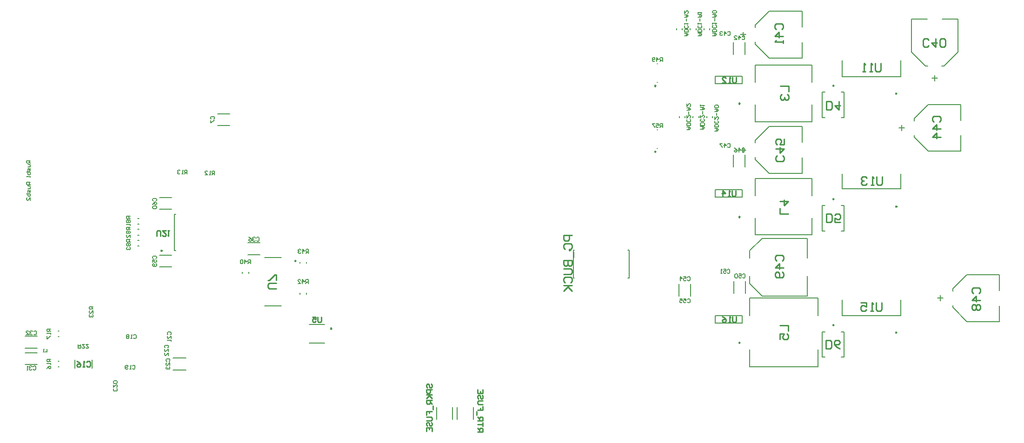
<source format=gbo>
G04*
G04 #@! TF.GenerationSoftware,Altium Limited,Altium Designer,21.3.2 (30)*
G04*
G04 Layer_Color=32896*
%FSLAX25Y25*%
%MOIN*%
G70*
G04*
G04 #@! TF.SameCoordinates,06CA3BE7-F167-48F9-AA53-4FDEF555C1C3*
G04*
G04*
G04 #@! TF.FilePolarity,Positive*
G04*
G01*
G75*
%ADD10C,0.00984*%
%ADD12C,0.01000*%
%ADD13C,0.00787*%
%ADD15C,0.00500*%
D10*
X459547Y231102D02*
X458809Y231529D01*
Y230676D01*
X459547Y231102D01*
Y278346D02*
X458809Y278773D01*
Y277920D01*
X459547Y278346D01*
X587106Y106752D02*
X586368Y107178D01*
Y106326D01*
X587106Y106752D01*
X632185Y101378D02*
X631447Y101804D01*
Y100952D01*
X632185Y101378D01*
X632283Y191732D02*
X631545Y192158D01*
Y191306D01*
X632283Y191732D01*
X587106Y197146D02*
X586368Y197572D01*
Y196720D01*
X587106Y197146D01*
X519803Y184355D02*
X519065Y184781D01*
Y183928D01*
X519803Y184355D01*
Y265654D02*
X519065Y266080D01*
Y265228D01*
X519803Y265654D01*
X587106Y278445D02*
X586368Y278871D01*
Y278019D01*
X587106Y278445D01*
X632087Y272835D02*
X631348Y273261D01*
Y272408D01*
X632087Y272835D01*
X201378Y152795D02*
X200640Y153221D01*
Y152369D01*
X201378Y152795D01*
X105610Y160118D02*
X104872Y160544D01*
Y159692D01*
X105610Y160118D01*
X519803Y94158D02*
X519065Y94584D01*
Y93731D01*
X519803Y94158D01*
X226981Y104232D02*
X226242Y104658D01*
Y103806D01*
X226981Y104232D01*
X398244Y160591D02*
X397506Y161017D01*
Y160164D01*
X398244Y160591D01*
D12*
X546154Y152816D02*
X545154Y153816D01*
Y155815D01*
X546154Y156815D01*
X550152D01*
X551152Y155815D01*
Y153816D01*
X550152Y152816D01*
X551152Y147818D02*
X545154D01*
X548153Y150817D01*
Y146818D01*
X550152Y144819D02*
X551152Y143819D01*
Y141820D01*
X550152Y140820D01*
X546154D01*
X545154Y141820D01*
Y143819D01*
X546154Y144819D01*
X547154D01*
X548153Y143819D01*
Y140820D01*
X101707Y170394D02*
Y173674D01*
X102364Y174330D01*
X103675D01*
X104331Y173674D01*
Y170394D01*
X108267Y174330D02*
X105643D01*
X108267Y171706D01*
Y171050D01*
X107611Y170394D01*
X106299D01*
X105643Y171050D01*
X109579Y174330D02*
X110891D01*
X110235D01*
Y170394D01*
X109579Y171050D01*
X516927Y112661D02*
Y109381D01*
X516272Y108725D01*
X514960D01*
X514304Y109381D01*
Y112661D01*
X512992Y108725D02*
X511680D01*
X512336D01*
Y112661D01*
X512992Y112005D01*
X507088Y112661D02*
X508400Y112005D01*
X509712Y110693D01*
Y109381D01*
X509056Y108725D01*
X507744D01*
X507088Y109381D01*
Y110037D01*
X507744Y110693D01*
X509712D01*
X621470Y122882D02*
Y117884D01*
X620471Y116884D01*
X618471D01*
X617472Y117884D01*
Y122882D01*
X615472Y116884D02*
X613473D01*
X614472D01*
Y122882D01*
X615472Y121882D01*
X606475Y122882D02*
X610474D01*
Y119883D01*
X608474Y120883D01*
X607475D01*
X606475Y119883D01*
Y117884D01*
X607475Y116884D01*
X609474D01*
X610474Y117884D01*
X516730Y203015D02*
Y199736D01*
X516074Y199080D01*
X514762D01*
X514106Y199736D01*
Y203015D01*
X512794Y199080D02*
X511482D01*
X512138D01*
Y203015D01*
X512794Y202359D01*
X507547Y199080D02*
Y203015D01*
X509515Y201047D01*
X506891D01*
X621867Y213196D02*
Y208197D01*
X620868Y207198D01*
X618868D01*
X617869Y208197D01*
Y213196D01*
X615869Y207198D02*
X613870D01*
X614869D01*
Y213196D01*
X615869Y212196D01*
X610871D02*
X609871Y213196D01*
X607872D01*
X606872Y212196D01*
Y211196D01*
X607872Y210197D01*
X608872D01*
X607872D01*
X606872Y209197D01*
Y208197D01*
X607872Y207198D01*
X609871D01*
X610871Y208197D01*
X516927Y284448D02*
Y281168D01*
X516272Y280512D01*
X514960D01*
X514304Y281168D01*
Y284448D01*
X512992Y280512D02*
X511680D01*
X512336D01*
Y284448D01*
X512992Y283792D01*
X507088Y280512D02*
X509712D01*
X507088Y283136D01*
Y283792D01*
X507744Y284448D01*
X509056D01*
X509712Y283792D01*
X620671Y294338D02*
Y289339D01*
X619671Y288340D01*
X617672D01*
X616672Y289339D01*
Y294338D01*
X614673Y288340D02*
X612674D01*
X613673D01*
Y294338D01*
X614673Y293338D01*
X609675Y288340D02*
X607675D01*
X608675D01*
Y294338D01*
X609675Y293338D01*
X187249Y132799D02*
X182250D01*
X181250Y133798D01*
Y135798D01*
X182250Y136797D01*
X187249D01*
Y138797D02*
Y142795D01*
X186249D01*
X182250Y138797D01*
X181250D01*
X219815Y112598D02*
Y109318D01*
X219159Y108662D01*
X217847D01*
X217191Y109318D01*
Y112598D01*
X213256D02*
X215880D01*
Y110630D01*
X214568Y111286D01*
X213912D01*
X213256Y110630D01*
Y109318D01*
X213912Y108662D01*
X215224D01*
X215880Y109318D01*
X295801Y61872D02*
X295145Y62528D01*
Y63840D01*
X295801Y64496D01*
X296457D01*
X297113Y63840D01*
Y62528D01*
X297769Y61872D01*
X298425D01*
X299081Y62528D01*
Y63840D01*
X298425Y64496D01*
X299081Y60560D02*
X295145D01*
Y58592D01*
X295801Y57936D01*
X297113D01*
X297769Y58592D01*
Y60560D01*
X295145Y56624D02*
X299081D01*
X297769D01*
X295145Y54001D01*
X297113Y55968D01*
X299081Y54001D01*
Y52689D02*
X295145D01*
Y50721D01*
X295801Y50065D01*
X297113D01*
X297769Y50721D01*
Y52689D01*
Y51377D02*
X299081Y50065D01*
X299737Y48753D02*
Y46129D01*
X295145Y42193D02*
Y44817D01*
X297113D01*
Y43505D01*
Y44817D01*
X299081D01*
X295145Y40881D02*
X298425D01*
X299081Y40225D01*
Y38914D01*
X298425Y38258D01*
X295145D01*
X295801Y34322D02*
X295145Y34978D01*
Y36290D01*
X295801Y36946D01*
X296457D01*
X297113Y36290D01*
Y34978D01*
X297769Y34322D01*
X298425D01*
X299081Y34978D01*
Y36290D01*
X298425Y36946D01*
X295145Y30386D02*
Y33010D01*
X299081D01*
Y30386D01*
X297113Y33010D02*
Y31698D01*
X331628Y30189D02*
X335564D01*
Y32157D01*
X334908Y32812D01*
X333596D01*
X332940Y32157D01*
Y30189D01*
Y31501D02*
X331628Y32812D01*
X335564Y34124D02*
Y36748D01*
Y35436D01*
X331628D01*
Y38060D02*
X335564D01*
Y40028D01*
X334908Y40684D01*
X333596D01*
X332940Y40028D01*
Y38060D01*
Y39372D02*
X331628Y40684D01*
X330972Y41996D02*
Y44620D01*
X335564Y48555D02*
Y45932D01*
X333596D01*
Y47243D01*
Y45932D01*
X331628D01*
X335564Y49867D02*
X332284D01*
X331628Y50523D01*
Y51835D01*
X332284Y52491D01*
X335564D01*
X334908Y56427D02*
X335564Y55771D01*
Y54459D01*
X334908Y53803D01*
X334252D01*
X333596Y54459D01*
Y55771D01*
X332940Y56427D01*
X332284D01*
X331628Y55771D01*
Y54459D01*
X332284Y53803D01*
X335564Y60363D02*
Y57739D01*
X331628D01*
Y60363D01*
X333596Y57739D02*
Y59051D01*
X399350Y170978D02*
X393352D01*
Y167979D01*
X394351Y166979D01*
X396351D01*
X397350Y167979D01*
Y170978D01*
X394351Y160981D02*
X393352Y161981D01*
Y163980D01*
X394351Y164980D01*
X398350D01*
X399350Y163980D01*
Y161981D01*
X398350Y160981D01*
X400349Y158982D02*
Y154983D01*
X393352Y152984D02*
X399350D01*
Y149985D01*
X398350Y148985D01*
X397350D01*
X396351Y149985D01*
Y152984D01*
Y149985D01*
X395351Y148985D01*
X394351D01*
X393352Y149985D01*
Y152984D01*
Y146985D02*
X398350D01*
X399350Y145986D01*
Y143986D01*
X398350Y142987D01*
X393352D01*
X394351Y136989D02*
X393352Y137988D01*
Y139988D01*
X394351Y140988D01*
X398350D01*
X399350Y139988D01*
Y137988D01*
X398350Y136989D01*
X393352Y134989D02*
X399350D01*
X397350D01*
X393352Y130991D01*
X396351Y133990D01*
X399350Y130991D01*
X548383Y106572D02*
X554381D01*
Y102573D01*
X548383Y96575D02*
Y100574D01*
X551382D01*
X550382Y98575D01*
Y97575D01*
X551382Y96575D01*
X553381D01*
X554381Y97575D01*
Y99574D01*
X553381Y100574D01*
X554377Y186576D02*
X548379D01*
Y190575D01*
Y195573D02*
X554377D01*
X551378Y192575D01*
Y196573D01*
X548812Y278225D02*
X554810D01*
Y274227D01*
X549812Y272227D02*
X548812Y271228D01*
Y269228D01*
X549812Y268229D01*
X550811D01*
X551811Y269228D01*
Y270228D01*
Y269228D01*
X552811Y268229D01*
X553810D01*
X554810Y269228D01*
Y271228D01*
X553810Y272227D01*
X581422Y89677D02*
Y95675D01*
X584421D01*
X585421Y94675D01*
Y90677D01*
X584421Y89677D01*
X581422D01*
X591419D02*
X589420Y90677D01*
X587421Y92676D01*
Y94675D01*
X588420Y95675D01*
X590419D01*
X591419Y94675D01*
Y93676D01*
X590419Y92676D01*
X587421D01*
X581813Y180505D02*
Y186503D01*
X584812D01*
X585811Y185503D01*
Y181505D01*
X584812Y180505D01*
X581813D01*
X591809D02*
X587811D01*
Y183504D01*
X589810Y182504D01*
X590810D01*
X591809Y183504D01*
Y185503D01*
X590810Y186503D01*
X588810D01*
X587811Y185503D01*
X581617Y261214D02*
Y267212D01*
X584616D01*
X585615Y266212D01*
Y262213D01*
X584616Y261214D01*
X581617D01*
X590614Y267212D02*
Y261214D01*
X587615Y264213D01*
X591613D01*
X686976Y129586D02*
X685976Y130586D01*
Y132585D01*
X686976Y133584D01*
X690975D01*
X691974Y132585D01*
Y130586D01*
X690975Y129586D01*
X691974Y124588D02*
X685976D01*
X688975Y127586D01*
Y123588D01*
X686976Y121588D02*
X685976Y120589D01*
Y118589D01*
X686976Y117590D01*
X687976D01*
X688975Y118589D01*
X689975Y117590D01*
X690975D01*
X691974Y118589D01*
Y120589D01*
X690975Y121588D01*
X689975D01*
X688975Y120589D01*
X687976Y121588D01*
X686976D01*
X688975Y120589D02*
Y118589D01*
X550344Y228048D02*
X551343Y227049D01*
Y225049D01*
X550344Y224050D01*
X546345D01*
X545345Y225049D01*
Y227049D01*
X546345Y228048D01*
X545345Y233047D02*
X551343D01*
X548344Y230048D01*
Y234047D01*
X551343Y240045D02*
Y236046D01*
X548344D01*
X549344Y238045D01*
Y239045D01*
X548344Y240045D01*
X546345D01*
X545345Y239045D01*
Y237046D01*
X546345Y236046D01*
X658867Y252424D02*
X657867Y253424D01*
Y255423D01*
X658867Y256423D01*
X662865D01*
X663865Y255423D01*
Y253424D01*
X662865Y252424D01*
X663865Y247426D02*
X657867D01*
X660866Y250425D01*
Y246426D01*
X663865Y241428D02*
X657867D01*
X660866Y244427D01*
Y240428D01*
X545753Y318708D02*
X544754Y319707D01*
Y321707D01*
X545753Y322706D01*
X549752D01*
X550752Y321707D01*
Y319707D01*
X549752Y318708D01*
X550752Y313709D02*
X544754D01*
X547753Y316708D01*
Y312710D01*
X550752Y310710D02*
Y308711D01*
Y309711D01*
X544754D01*
X545753Y310710D01*
X655056Y307056D02*
X654057Y306056D01*
X652057D01*
X651058Y307056D01*
Y311054D01*
X652057Y312054D01*
X654057D01*
X655056Y311054D01*
X660055Y312054D02*
Y306056D01*
X657056Y309055D01*
X661054D01*
X663054Y307056D02*
X664053Y306056D01*
X666053D01*
X667053Y307056D01*
Y311054D01*
X666053Y312054D01*
X664053D01*
X663054Y311054D01*
Y307056D01*
X51508Y80052D02*
X52164Y80708D01*
X53476D01*
X54132Y80052D01*
Y77428D01*
X53476Y76772D01*
X52164D01*
X51508Y77428D01*
X50196Y76772D02*
X48885D01*
X49541D01*
Y80708D01*
X50196Y80052D01*
X44293Y80708D02*
X45605Y80052D01*
X46917Y78740D01*
Y77428D01*
X46261Y76772D01*
X44949D01*
X44293Y77428D01*
Y78084D01*
X44949Y78740D01*
X46917D01*
D13*
X526890Y136417D02*
Y141732D01*
X535748Y127559D02*
X568228D01*
Y141732D01*
Y154724D02*
Y168898D01*
X535748D02*
X568228D01*
X526890Y160039D02*
X535748Y168898D01*
X526890Y154724D02*
Y160039D01*
Y136417D02*
X535748Y127559D01*
X480413Y255512D02*
Y256299D01*
X476279Y255512D02*
Y256299D01*
X490256Y255512D02*
Y256299D01*
X486122Y255512D02*
Y256299D01*
X500098Y255512D02*
Y256299D01*
X495965Y255512D02*
Y256299D01*
X478445Y318504D02*
Y319291D01*
X474311Y318504D02*
Y319291D01*
X488287Y318504D02*
Y319291D01*
X484154Y318504D02*
Y319291D01*
X498130Y318504D02*
Y319291D01*
X493996Y318504D02*
Y319291D01*
X460532Y233465D02*
X460728D01*
X460532Y246850D02*
X460728D01*
X460532Y280709D02*
X460728D01*
X460532Y294094D02*
X460728D01*
X163091Y143898D02*
Y144685D01*
X167618Y143898D02*
Y144685D01*
X204429Y128858D02*
Y129646D01*
X208957Y128858D02*
Y129646D01*
X484547Y127579D02*
Y136240D01*
X476083Y127579D02*
Y136240D01*
X208957Y150984D02*
Y151772D01*
X204429Y150984D02*
Y151772D01*
X523721Y129528D02*
Y138189D01*
X515256Y129528D02*
Y138189D01*
X578839Y83819D02*
Y101929D01*
X592382Y83819D02*
X594390D01*
X578839D02*
X580847D01*
X594390D02*
Y101929D01*
X592382D02*
X594390D01*
X578839D02*
X580847D01*
X635236Y113583D02*
Y124803D01*
X593110Y113583D02*
X635236D01*
X593110D02*
Y124803D01*
X575787Y113583D02*
Y125984D01*
X526575Y113583D02*
Y125984D01*
X575787Y76772D02*
Y89173D01*
X526575Y76772D02*
Y89173D01*
Y125984D02*
X575787D01*
X526575Y76772D02*
X575787D01*
X705709Y109252D02*
Y120571D01*
Y131398D02*
Y142717D01*
X672244Y131102D02*
Y132677D01*
Y119291D02*
Y120866D01*
Y119291D02*
X682283Y109252D01*
X705709D01*
X682283Y142717D02*
X705709D01*
X672244Y132677D02*
X682283Y142717D01*
X663386Y124016D02*
Y127953D01*
X661417Y125984D02*
X665354D01*
X523524Y220079D02*
Y228740D01*
X515059Y220079D02*
Y228740D01*
X635236Y204331D02*
Y214961D01*
X593110Y204331D02*
X635236D01*
X593110D02*
Y214961D01*
X578839Y174213D02*
Y192323D01*
X592382Y174213D02*
X594390D01*
X578839D02*
X580847D01*
X594390D02*
Y192323D01*
X592382D02*
X594390D01*
X578839D02*
X580847D01*
X571457Y199549D02*
Y211850D01*
X530905Y199549D02*
Y211850D01*
X571457Y171299D02*
Y183600D01*
X530905Y171299D02*
Y183600D01*
Y211850D02*
X571457D01*
X530905Y171299D02*
X571457D01*
X519998Y232283D02*
X523935D01*
X521967Y230315D02*
Y234252D01*
X530825Y238976D02*
X540864Y249016D01*
X564289D01*
X540864Y215551D02*
X564289D01*
X530825Y225590D02*
X540864Y215551D01*
X530825Y225590D02*
Y227165D01*
Y237402D02*
Y238976D01*
X564289Y237697D02*
Y249016D01*
Y215551D02*
Y226870D01*
X678150Y231299D02*
Y242618D01*
Y253445D02*
Y264764D01*
X644685Y253150D02*
Y254724D01*
Y241339D02*
Y242913D01*
Y241339D02*
X654724Y231299D01*
X678150D01*
X654724Y264764D02*
X678150D01*
X644685Y254724D02*
X654724Y264764D01*
X635827Y246063D02*
Y250000D01*
X633858Y248031D02*
X637795D01*
X521457Y198414D02*
Y203760D01*
X502165D02*
X521457D01*
X502165Y198414D02*
Y203760D01*
Y198414D02*
X521457D01*
X523543Y300787D02*
Y309449D01*
X515079Y300787D02*
Y309449D01*
X521457Y279713D02*
Y285059D01*
X502165D02*
X521457D01*
X502165Y279713D02*
Y285059D01*
Y279713D02*
X521457D01*
X578839Y255512D02*
Y273622D01*
X592382Y255512D02*
X594390D01*
X578839D02*
X580847D01*
X594390D02*
Y273622D01*
X592382D02*
X594390D01*
X578839D02*
X580847D01*
X530905Y252559D02*
Y264860D01*
X571457Y252559D02*
Y264860D01*
X530905Y280809D02*
Y293110D01*
X571457Y280809D02*
Y293110D01*
X530905Y252559D02*
X571457D01*
X530905Y293110D02*
X571457D01*
X519998Y314961D02*
X523935D01*
X521967Y312992D02*
Y316929D01*
X530825Y321654D02*
X540864Y331693D01*
X564289D01*
X540864Y298228D02*
X564289D01*
X530825Y308268D02*
X540864Y298228D01*
X530825Y308268D02*
Y309842D01*
Y320079D02*
Y321654D01*
X564289Y320374D02*
Y331693D01*
Y298228D02*
Y309547D01*
X664862Y325984D02*
X676181D01*
X642717D02*
X654035D01*
X652756Y292520D02*
X654331D01*
X664567D02*
X666142D01*
X676181Y302559D01*
Y325984D01*
X642717Y302559D02*
Y325984D01*
Y302559D02*
X652756Y292520D01*
X657480Y283661D02*
X661417D01*
X659449Y281693D02*
Y285630D01*
X635236Y284646D02*
Y296457D01*
X593110Y284646D02*
X635236D01*
X593110D02*
Y296457D01*
X167126Y165650D02*
X175787D01*
X167126Y157185D02*
X175787D01*
X178937Y155020D02*
X191142D01*
X178937Y120571D02*
X191142D01*
X88189Y179035D02*
X88976D01*
X88189Y183169D02*
X88976D01*
X88189Y171161D02*
X88976D01*
X88189Y175295D02*
X88976D01*
X88189Y163287D02*
X88976D01*
X88189Y167421D02*
X88976D01*
X103740Y189665D02*
X112402D01*
X103740Y198130D02*
X112402D01*
X103740Y148327D02*
X112402D01*
X103740Y156791D02*
X112402D01*
X114370Y160236D02*
Y186221D01*
X115354D01*
X114370Y160236D02*
X115354D01*
X521457Y108217D02*
Y113563D01*
X502165D02*
X521457D01*
X502165Y108217D02*
Y113563D01*
Y108217D02*
X521457D01*
X211024Y93701D02*
X222047D01*
X211024Y107087D02*
X222047D01*
X439326Y140591D02*
X440252D01*
X439326Y160591D02*
X440252D01*
Y140591D02*
Y160591D01*
X400252Y140591D02*
Y160591D01*
X401177D01*
X400252Y140591D02*
X401177D01*
X313858Y38996D02*
Y47618D01*
X302284Y38996D02*
Y47618D01*
X328622Y38996D02*
Y47618D01*
X317047Y38996D02*
Y47618D01*
X7283Y86910D02*
X15945D01*
X7283Y78445D02*
X15945D01*
X7480Y98721D02*
X16142D01*
X7480Y90256D02*
X16142D01*
X113362Y82972D02*
X122859D01*
X113362Y74508D02*
X122859D01*
X42913Y75787D02*
Y81693D01*
X55512Y75787D02*
Y81693D01*
X31102Y102461D02*
X31890D01*
X31102Y98327D02*
X31890D01*
X31102Y80807D02*
X31890D01*
X31102Y76673D02*
X31890D01*
X145276Y249705D02*
X153937D01*
X145255Y258200D02*
X153916D01*
D15*
X82677Y184710D02*
X79922D01*
Y183333D01*
X80381Y182874D01*
X81299D01*
X81758Y183333D01*
Y184710D01*
Y183792D02*
X82677Y182874D01*
X80381Y181955D02*
X79922Y181496D01*
Y180578D01*
X80381Y180119D01*
X80840D01*
X81299Y180578D01*
X81758Y180119D01*
X82218D01*
X82677Y180578D01*
Y181496D01*
X82218Y181955D01*
X81758D01*
X81299Y181496D01*
X80840Y181955D01*
X80381D01*
X81299Y181496D02*
Y180578D01*
X82677Y179200D02*
Y178282D01*
Y178741D01*
X79922D01*
X80381Y179200D01*
X82874Y168043D02*
X80119D01*
Y166666D01*
X80578Y166207D01*
X81496D01*
X81955Y166666D01*
Y168043D01*
Y167125D02*
X82874Y166207D01*
X80578Y165288D02*
X80119Y164829D01*
Y163911D01*
X80578Y163452D01*
X81037D01*
X81496Y163911D01*
X81955Y163452D01*
X82414D01*
X82874Y163911D01*
Y164829D01*
X82414Y165288D01*
X81955D01*
X81496Y164829D01*
X81037Y165288D01*
X80578D01*
X81496Y164829D02*
Y163911D01*
X80578Y162533D02*
X80119Y162074D01*
Y161156D01*
X80578Y160697D01*
X81037D01*
X81496Y161156D01*
Y161615D01*
Y161156D01*
X81955Y160697D01*
X82414D01*
X82874Y161156D01*
Y162074D01*
X82414Y162533D01*
X82677Y176902D02*
X79922D01*
Y175524D01*
X80381Y175065D01*
X81299D01*
X81758Y175524D01*
Y176902D01*
Y175983D02*
X82677Y175065D01*
X80381Y174147D02*
X79922Y173688D01*
Y172769D01*
X80381Y172310D01*
X80840D01*
X81299Y172769D01*
X81758Y172310D01*
X82218D01*
X82677Y172769D01*
Y173688D01*
X82218Y174147D01*
X81758D01*
X81299Y173688D01*
X80840Y174147D01*
X80381D01*
X81299Y173688D02*
Y172769D01*
X82677Y169555D02*
Y171392D01*
X80840Y169555D01*
X80381D01*
X79922Y170014D01*
Y170932D01*
X80381Y171392D01*
X464303Y248426D02*
Y251181D01*
X462926D01*
X462467Y250722D01*
Y249803D01*
X462926Y249344D01*
X464303D01*
X463385D02*
X462467Y248426D01*
X459712Y251181D02*
X461548D01*
Y249803D01*
X460630Y250262D01*
X460171D01*
X459712Y249803D01*
Y248885D01*
X460171Y248426D01*
X461089D01*
X461548Y248885D01*
X458793Y251181D02*
X456957D01*
Y250722D01*
X458793Y248885D01*
Y248426D01*
X464303Y295670D02*
Y298425D01*
X462926D01*
X462467Y297966D01*
Y297047D01*
X462926Y296588D01*
X464303D01*
X463385D02*
X462467Y295670D01*
X460171D02*
Y298425D01*
X461548Y297047D01*
X459712D01*
X458793Y296129D02*
X458334Y295670D01*
X457416D01*
X456957Y296129D01*
Y297966D01*
X457416Y298425D01*
X458334D01*
X458793Y297966D01*
Y297506D01*
X458334Y297047D01*
X456957D01*
X210563Y158268D02*
Y161023D01*
X209186D01*
X208726Y160564D01*
Y159646D01*
X209186Y159186D01*
X210563D01*
X209645D02*
X208726Y158268D01*
X206431D02*
Y161023D01*
X207808Y159646D01*
X205971D01*
X205053Y160564D02*
X204594Y161023D01*
X203676D01*
X203216Y160564D01*
Y160105D01*
X203676Y159646D01*
X204135D01*
X203676D01*
X203216Y159186D01*
Y158727D01*
X203676Y158268D01*
X204594D01*
X205053Y158727D01*
X210366Y136536D02*
Y139291D01*
X208989D01*
X208530Y138832D01*
Y137913D01*
X208989Y137454D01*
X210366D01*
X209448D02*
X208530Y136536D01*
X206234D02*
Y139291D01*
X207611Y137913D01*
X205775D01*
X203020Y136536D02*
X204856D01*
X203020Y138373D01*
Y138832D01*
X203479Y139291D01*
X204397D01*
X204856Y138832D01*
X169028Y150788D02*
Y153543D01*
X167650D01*
X167191Y153084D01*
Y152165D01*
X167650Y151706D01*
X169028D01*
X168109D02*
X167191Y150788D01*
X164895D02*
Y153543D01*
X166273Y152165D01*
X164436D01*
X163518Y153084D02*
X163058Y153543D01*
X162140D01*
X161681Y153084D01*
Y151247D01*
X162140Y150788D01*
X163058D01*
X163518Y151247D01*
Y153084D01*
X99278Y154396D02*
X98819Y154855D01*
Y155773D01*
X99278Y156232D01*
X101115D01*
X101574Y155773D01*
Y154855D01*
X101115Y154396D01*
X98819Y151641D02*
Y153477D01*
X100197D01*
X99738Y152559D01*
Y152100D01*
X100197Y151641D01*
X101115D01*
X101574Y152100D01*
Y153018D01*
X101115Y153477D01*
Y150722D02*
X101574Y150263D01*
Y149345D01*
X101115Y148886D01*
X99278D01*
X98819Y149345D01*
Y150263D01*
X99278Y150722D01*
X99738D01*
X100197Y150263D01*
Y148886D01*
X99278Y195734D02*
X98819Y196194D01*
Y197112D01*
X99278Y197571D01*
X101115D01*
X101574Y197112D01*
Y196194D01*
X101115Y195734D01*
X98819Y192979D02*
X99278Y193898D01*
X100197Y194816D01*
X101115D01*
X101574Y194357D01*
Y193438D01*
X101115Y192979D01*
X100656D01*
X100197Y193438D01*
Y194816D01*
X99278Y192061D02*
X98819Y191602D01*
Y190683D01*
X99278Y190224D01*
X101115D01*
X101574Y190683D01*
Y191602D01*
X101115Y192061D01*
X99278D01*
X482152Y125092D02*
X482611Y125551D01*
X483529D01*
X483988Y125092D01*
Y123255D01*
X483529Y122796D01*
X482611D01*
X482152Y123255D01*
X479397Y125551D02*
X481233D01*
Y124173D01*
X480315Y124632D01*
X479856D01*
X479397Y124173D01*
Y123255D01*
X479856Y122796D01*
X480774D01*
X481233Y123255D01*
X476642Y125551D02*
X478478D01*
Y124173D01*
X477560Y124632D01*
X477101D01*
X476642Y124173D01*
Y123255D01*
X477101Y122796D01*
X478019D01*
X478478Y123255D01*
X482152Y140879D02*
X482611Y141338D01*
X483529D01*
X483988Y140879D01*
Y139042D01*
X483529Y138583D01*
X482611D01*
X482152Y139042D01*
X479397Y141338D02*
X481233D01*
Y139961D01*
X480315Y140420D01*
X479856D01*
X479397Y139961D01*
Y139042D01*
X479856Y138583D01*
X480774D01*
X481233Y139042D01*
X477101Y138583D02*
Y141338D01*
X478478Y139961D01*
X476642D01*
X510689Y146194D02*
X511148Y146653D01*
X512066D01*
X512525Y146194D01*
Y144357D01*
X512066Y143898D01*
X511148D01*
X510689Y144357D01*
X507934Y146653D02*
X509770D01*
Y145276D01*
X508852Y145735D01*
X508393D01*
X507934Y145276D01*
Y144357D01*
X508393Y143898D01*
X509311D01*
X509770Y144357D01*
X507015Y143898D02*
X506097D01*
X506556D01*
Y146653D01*
X507015Y146194D01*
X521719Y142848D02*
X522178Y143307D01*
X523096D01*
X523555Y142848D01*
Y141011D01*
X523096Y140552D01*
X522178D01*
X521719Y141011D01*
X518964Y143307D02*
X520800D01*
Y141929D01*
X519882Y142388D01*
X519423D01*
X518964Y141929D01*
Y141011D01*
X519423Y140552D01*
X520341D01*
X520800Y141011D01*
X518045Y142848D02*
X517586Y143307D01*
X516668D01*
X516209Y142848D01*
Y141011D01*
X516668Y140552D01*
X517586D01*
X518045Y141011D01*
Y142848D01*
X510892Y236351D02*
X511351Y236811D01*
X512269D01*
X512729Y236351D01*
Y234515D01*
X512269Y234056D01*
X511351D01*
X510892Y234515D01*
X508596Y234056D02*
Y236811D01*
X509973Y235433D01*
X508137D01*
X507218Y236811D02*
X505382D01*
Y236351D01*
X507218Y234515D01*
Y234056D01*
X521325Y233202D02*
X521784Y233661D01*
X522702D01*
X523162Y233202D01*
Y231365D01*
X522702Y230906D01*
X521784D01*
X521325Y231365D01*
X519029Y230906D02*
Y233661D01*
X520406Y232283D01*
X518570D01*
X515815Y233661D02*
X516733Y233202D01*
X517652Y232283D01*
Y231365D01*
X517192Y230906D01*
X516274D01*
X515815Y231365D01*
Y231824D01*
X516274Y232283D01*
X517652D01*
X511006Y316703D02*
X511466Y317162D01*
X512384D01*
X512843Y316703D01*
Y314866D01*
X512384Y314407D01*
X511466D01*
X511006Y314866D01*
X508710Y314407D02*
Y317162D01*
X510088Y315785D01*
X508251D01*
X507333Y316703D02*
X506874Y317162D01*
X505956D01*
X505496Y316703D01*
Y316244D01*
X505956Y315785D01*
X506415D01*
X505956D01*
X505496Y315325D01*
Y314866D01*
X505956Y314407D01*
X506874D01*
X507333Y314866D01*
X521325Y313714D02*
X521784Y314173D01*
X522702D01*
X523162Y313714D01*
Y311877D01*
X522702Y311418D01*
X521784D01*
X521325Y311877D01*
X519029Y311418D02*
Y314173D01*
X520406Y312795D01*
X518570D01*
X515815Y311418D02*
X517652D01*
X515815Y313254D01*
Y313714D01*
X516274Y314173D01*
X517192D01*
X517652Y313714D01*
X173293Y169225D02*
X173752Y169685D01*
X174671D01*
X175130Y169225D01*
Y167389D01*
X174671Y166930D01*
X173752D01*
X173293Y167389D01*
X172375Y169225D02*
X171916Y169685D01*
X170998D01*
X170538Y169225D01*
Y168766D01*
X170998Y168307D01*
X171457D01*
X170998D01*
X170538Y167848D01*
Y167389D01*
X170998Y166930D01*
X171916D01*
X172375Y167389D01*
X167783Y169685D02*
X168702Y169225D01*
X169620Y168307D01*
Y167389D01*
X169161Y166930D01*
X168243D01*
X167783Y167389D01*
Y167848D01*
X168243Y168307D01*
X169620D01*
X481693Y246919D02*
X483530D01*
X484448Y247837D01*
X483530Y248756D01*
X481693D01*
X483071D01*
Y246919D01*
X484448Y249674D02*
X481693D01*
Y251051D01*
X482153Y251511D01*
X483989D01*
X484448Y251051D01*
Y249674D01*
X483989Y254266D02*
X484448Y253806D01*
Y252888D01*
X483989Y252429D01*
X482153D01*
X481693Y252888D01*
Y253806D01*
X482153Y254266D01*
X481693Y257021D02*
Y255184D01*
X483530Y257021D01*
X483989D01*
X484448Y256561D01*
Y255643D01*
X483989Y255184D01*
X483071Y257939D02*
Y259776D01*
X481693Y260694D02*
X483530D01*
X484448Y261612D01*
X483530Y262531D01*
X481693D01*
X483071D01*
Y260694D01*
X481693Y265286D02*
Y263449D01*
X483530Y265286D01*
X483989D01*
X484448Y264827D01*
Y263908D01*
X483989Y263449D01*
X491536Y247181D02*
X493373D01*
X494291Y248100D01*
X493373Y249018D01*
X491536D01*
X492913D01*
Y247181D01*
X494291Y249936D02*
X491536D01*
Y251314D01*
X491995Y251773D01*
X493832D01*
X494291Y251314D01*
Y249936D01*
X493832Y254528D02*
X494291Y254069D01*
Y253151D01*
X493832Y252691D01*
X491995D01*
X491536Y253151D01*
Y254069D01*
X491995Y254528D01*
X491536Y257283D02*
Y255446D01*
X493373Y257283D01*
X493832D01*
X494291Y256824D01*
Y255906D01*
X493832Y255446D01*
X492913Y258201D02*
Y260038D01*
X491536Y260956D02*
X493373D01*
X494291Y261875D01*
X493373Y262793D01*
X491536D01*
X492913D01*
Y260956D01*
X491536Y263711D02*
Y264630D01*
Y264171D01*
X494291D01*
X493832Y263711D01*
X501575Y245935D02*
X503412D01*
X504330Y246853D01*
X503412Y247771D01*
X501575D01*
X502953D01*
Y245935D01*
X504330Y248690D02*
X501575D01*
Y250067D01*
X502034Y250526D01*
X503871D01*
X504330Y250067D01*
Y248690D01*
X503871Y253281D02*
X504330Y252822D01*
Y251904D01*
X503871Y251445D01*
X502034D01*
X501575Y251904D01*
Y252822D01*
X502034Y253281D01*
X501575Y256036D02*
Y254200D01*
X503412Y256036D01*
X503871D01*
X504330Y255577D01*
Y254659D01*
X503871Y254200D01*
X502953Y256955D02*
Y258791D01*
X501575Y259710D02*
X503412D01*
X504330Y260628D01*
X503412Y261546D01*
X501575D01*
X502953D01*
Y259710D01*
X503871Y262465D02*
X504330Y262924D01*
Y263842D01*
X503871Y264301D01*
X502034D01*
X501575Y263842D01*
Y262924D01*
X502034Y262465D01*
X503871D01*
X479922Y314078D02*
X481758D01*
X482677Y314996D01*
X481758Y315914D01*
X479922D01*
X481299D01*
Y314078D01*
X482677Y316833D02*
X479922D01*
Y318210D01*
X480381Y318669D01*
X482218D01*
X482677Y318210D01*
Y316833D01*
X482218Y321424D02*
X482677Y320965D01*
Y320047D01*
X482218Y319588D01*
X480381D01*
X479922Y320047D01*
Y320965D01*
X480381Y321424D01*
X479922Y322343D02*
Y323261D01*
Y322802D01*
X482677D01*
X482218Y322343D01*
X481299Y324639D02*
Y326475D01*
X479922Y327394D02*
X481758D01*
X482677Y328312D01*
X481758Y329230D01*
X479922D01*
X481299D01*
Y327394D01*
X479922Y331985D02*
Y330149D01*
X481758Y331985D01*
X482218D01*
X482677Y331526D01*
Y330608D01*
X482218Y330149D01*
X489764Y314143D02*
X491601D01*
X492519Y315061D01*
X491601Y315980D01*
X489764D01*
X491142D01*
Y314143D01*
X492519Y316898D02*
X489764D01*
Y318276D01*
X490223Y318735D01*
X492060D01*
X492519Y318276D01*
Y316898D01*
X492060Y321490D02*
X492519Y321031D01*
Y320112D01*
X492060Y319653D01*
X490223D01*
X489764Y320112D01*
Y321031D01*
X490223Y321490D01*
X489764Y322408D02*
Y323326D01*
Y322867D01*
X492519D01*
X492060Y322408D01*
X491142Y324704D02*
Y326541D01*
X489764Y327459D02*
X491601D01*
X492519Y328377D01*
X491601Y329296D01*
X489764D01*
X491142D01*
Y327459D01*
X489764Y330214D02*
Y331132D01*
Y330673D01*
X492519D01*
X492060Y330214D01*
X500197Y314275D02*
X502034D01*
X502952Y315193D01*
X502034Y316111D01*
X500197D01*
X501575D01*
Y314275D01*
X502952Y317030D02*
X500197D01*
Y318407D01*
X500657Y318866D01*
X502493D01*
X502952Y318407D01*
Y317030D01*
X502493Y321621D02*
X502952Y321162D01*
Y320244D01*
X502493Y319785D01*
X500657D01*
X500197Y320244D01*
Y321162D01*
X500657Y321621D01*
X500197Y322540D02*
Y323458D01*
Y322999D01*
X502952D01*
X502493Y322540D01*
X501575Y324835D02*
Y326672D01*
X500197Y327590D02*
X502034D01*
X502952Y328509D01*
X502034Y329427D01*
X500197D01*
X501575D01*
Y327590D01*
X502493Y330346D02*
X502952Y330805D01*
Y331723D01*
X502493Y332182D01*
X500657D01*
X500197Y331723D01*
Y330805D01*
X500657Y330346D01*
X502493D01*
X11220Y209086D02*
X8465D01*
Y207708D01*
X8924Y207249D01*
X9843D01*
X10302Y207708D01*
Y209086D01*
Y208168D02*
X11220Y207249D01*
X9383Y206331D02*
X10761D01*
X11220Y205872D01*
Y204494D01*
X9383D01*
X11220Y203576D02*
Y202198D01*
X10761Y201739D01*
X10302Y202198D01*
Y203117D01*
X9843Y203576D01*
X9383Y203117D01*
Y201739D01*
X8465Y200821D02*
X11220D01*
Y199443D01*
X10761Y198984D01*
X10302D01*
X9843D01*
X9383Y199443D01*
Y200821D01*
X11220Y196229D02*
Y198066D01*
X9383Y196229D01*
X8924D01*
X8465Y196688D01*
Y197607D01*
X8924Y198066D01*
X11220Y224571D02*
X8465D01*
Y223194D01*
X8924Y222735D01*
X9843D01*
X10302Y223194D01*
Y224571D01*
Y223653D02*
X11220Y222735D01*
X9383Y221816D02*
X10761D01*
X11220Y221357D01*
Y219980D01*
X9383D01*
X11220Y219061D02*
Y217684D01*
X10761Y217225D01*
X10302Y217684D01*
Y218602D01*
X9843Y219061D01*
X9383Y218602D01*
Y217225D01*
X8465Y216306D02*
X11220D01*
Y214929D01*
X10761Y214470D01*
X10302D01*
X9843D01*
X9383Y214929D01*
Y216306D01*
X11220Y213551D02*
Y212633D01*
Y213092D01*
X8465D01*
X8924Y213551D01*
X56200Y119815D02*
X53445D01*
Y118438D01*
X53904Y117978D01*
X54823D01*
X55282Y118438D01*
Y119815D01*
Y118897D02*
X56200Y117978D01*
Y115223D02*
Y117060D01*
X54364Y115223D01*
X53904D01*
X53445Y115683D01*
Y116601D01*
X53904Y117060D01*
Y114305D02*
X53445Y113846D01*
Y112927D01*
X53904Y112468D01*
X54364D01*
X54823Y112927D01*
Y113387D01*
Y112927D01*
X55282Y112468D01*
X55741D01*
X56200Y112927D01*
Y113846D01*
X55741Y114305D01*
X45539Y92716D02*
Y89961D01*
X46917D01*
X47376Y90420D01*
Y91339D01*
X46917Y91798D01*
X45539D01*
X46458D02*
X47376Y92716D01*
X50131D02*
X48294D01*
X50131Y90879D01*
Y90420D01*
X49672Y89961D01*
X48753D01*
X48294Y90420D01*
X52886Y92716D02*
X51049D01*
X52886Y90879D01*
Y90420D01*
X52427Y89961D01*
X51508D01*
X51049Y90420D01*
X25787Y103838D02*
X23032D01*
Y102460D01*
X23491Y102001D01*
X24409D01*
X24869Y102460D01*
Y103838D01*
Y102919D02*
X25787Y102001D01*
Y101082D02*
Y100164D01*
Y100623D01*
X23032D01*
X23491Y101082D01*
X23032Y98787D02*
Y96950D01*
X23491D01*
X25328Y98787D01*
X25787D01*
X25787Y82184D02*
X23032D01*
Y80806D01*
X23491Y80347D01*
X24409D01*
X24869Y80806D01*
Y82184D01*
Y81266D02*
X25787Y80347D01*
Y79429D02*
Y78511D01*
Y78970D01*
X23032D01*
X23491Y79429D01*
X23032Y75296D02*
X23491Y76215D01*
X24409Y77133D01*
X25328D01*
X25787Y76674D01*
Y75756D01*
X25328Y75296D01*
X24869D01*
X24409Y75756D01*
Y77133D01*
X123522Y215158D02*
Y217913D01*
X122145D01*
X121686Y217454D01*
Y216535D01*
X122145Y216076D01*
X123522D01*
X122604D02*
X121686Y215158D01*
X120767D02*
X119849D01*
X120308D01*
Y217913D01*
X120767Y217454D01*
X118472D02*
X118012Y217913D01*
X117094D01*
X116635Y217454D01*
Y216995D01*
X117094Y216535D01*
X117553D01*
X117094D01*
X116635Y216076D01*
Y215617D01*
X117094Y215158D01*
X118012D01*
X118472Y215617D01*
X143208Y214370D02*
Y217126D01*
X141830D01*
X141371Y216666D01*
Y215748D01*
X141830Y215289D01*
X143208D01*
X142289D02*
X141371Y214370D01*
X140453D02*
X139534D01*
X139993D01*
Y217126D01*
X140453Y216666D01*
X136320Y214370D02*
X138157D01*
X136320Y216207D01*
Y216666D01*
X136779Y217126D01*
X137698D01*
X138157Y216666D01*
X22965Y89567D02*
Y87599D01*
X21654D01*
X20998D02*
X20342D01*
X20670D01*
Y89567D01*
X20998Y89239D01*
X13648Y102099D02*
X14107Y102559D01*
X15025D01*
X15484Y102099D01*
Y100263D01*
X15025Y99804D01*
X14107D01*
X13648Y100263D01*
X12729Y102099D02*
X12270Y102559D01*
X11352D01*
X10893Y102099D01*
Y101640D01*
X11352Y101181D01*
X11811D01*
X11352D01*
X10893Y100722D01*
Y100263D01*
X11352Y99804D01*
X12270D01*
X12729Y100263D01*
X8138Y99804D02*
X9974D01*
X8138Y101640D01*
Y102099D01*
X8597Y102559D01*
X9515D01*
X9974Y102099D01*
X13189Y76903D02*
X13648Y77362D01*
X14566D01*
X15025Y76903D01*
Y75066D01*
X14566Y74607D01*
X13648D01*
X13189Y75066D01*
X12270Y76903D02*
X11811Y77362D01*
X10893D01*
X10434Y76903D01*
Y76443D01*
X10893Y75984D01*
X11352D01*
X10893D01*
X10434Y75525D01*
Y75066D01*
X10893Y74607D01*
X11811D01*
X12270Y75066D01*
X9515Y74607D02*
X8597D01*
X9056D01*
Y77362D01*
X9515Y76903D01*
X108924Y80577D02*
X108465Y81036D01*
Y81954D01*
X108924Y82414D01*
X110761D01*
X111220Y81954D01*
Y81036D01*
X110761Y80577D01*
X111220Y77822D02*
Y79659D01*
X109383Y77822D01*
X108924D01*
X108465Y78281D01*
Y79199D01*
X108924Y79659D01*
Y76903D02*
X108465Y76444D01*
Y75526D01*
X108924Y75067D01*
X109383D01*
X109843Y75526D01*
Y75985D01*
Y75526D01*
X110302Y75067D01*
X110761D01*
X111220Y75526D01*
Y76444D01*
X110761Y76903D01*
X107743Y90419D02*
X107284Y90878D01*
Y91797D01*
X107743Y92256D01*
X109580D01*
X110039Y91797D01*
Y90878D01*
X109580Y90419D01*
X110039Y87664D02*
Y89501D01*
X108202Y87664D01*
X107743D01*
X107284Y88124D01*
Y89042D01*
X107743Y89501D01*
X110039Y84909D02*
Y86746D01*
X108202Y84909D01*
X107743D01*
X107284Y85369D01*
Y86287D01*
X107743Y86746D01*
X109712Y99803D02*
X109252Y100262D01*
Y101180D01*
X109712Y101639D01*
X111548D01*
X112007Y101180D01*
Y100262D01*
X111548Y99803D01*
X112007Y97048D02*
Y98884D01*
X110171Y97048D01*
X109712D01*
X109252Y97507D01*
Y98425D01*
X109712Y98884D01*
X112007Y96129D02*
Y95211D01*
Y95670D01*
X109252D01*
X109712Y96129D01*
X72966Y61155D02*
X73425Y60696D01*
Y59778D01*
X72966Y59319D01*
X71129D01*
X70670Y59778D01*
Y60696D01*
X71129Y61155D01*
X70670Y63911D02*
Y62074D01*
X72506Y63911D01*
X72966D01*
X73425Y63451D01*
Y62533D01*
X72966Y62074D01*
Y64829D02*
X73425Y65288D01*
Y66206D01*
X72966Y66666D01*
X71129D01*
X70670Y66206D01*
Y65288D01*
X71129Y64829D01*
X72966D01*
X84284Y77473D02*
X84743Y77933D01*
X85662D01*
X86121Y77473D01*
Y75637D01*
X85662Y75178D01*
X84743D01*
X84284Y75637D01*
X83366Y75178D02*
X82448D01*
X82907D01*
Y77933D01*
X83366Y77473D01*
X81070Y75637D02*
X80611Y75178D01*
X79693D01*
X79233Y75637D01*
Y77473D01*
X79693Y77933D01*
X80611D01*
X81070Y77473D01*
Y77014D01*
X80611Y76555D01*
X79233D01*
X85072Y99344D02*
X85531Y99803D01*
X86449D01*
X86908Y99344D01*
Y97507D01*
X86449Y97048D01*
X85531D01*
X85072Y97507D01*
X84153Y97048D02*
X83235D01*
X83694D01*
Y99803D01*
X84153Y99344D01*
X81858D02*
X81398Y99803D01*
X80480D01*
X80021Y99344D01*
Y98884D01*
X80480Y98425D01*
X80021Y97966D01*
Y97507D01*
X80480Y97048D01*
X81398D01*
X81858Y97507D01*
Y97966D01*
X81398Y98425D01*
X81858Y98884D01*
Y99344D01*
X81398Y98425D02*
X80480D01*
X140814Y254396D02*
X140355Y254855D01*
Y255774D01*
X140814Y256233D01*
X142651D01*
X143110Y255774D01*
Y254855D01*
X142651Y254396D01*
X140355Y253478D02*
Y251641D01*
X140814D01*
X142651Y253478D01*
X143110D01*
M02*

</source>
